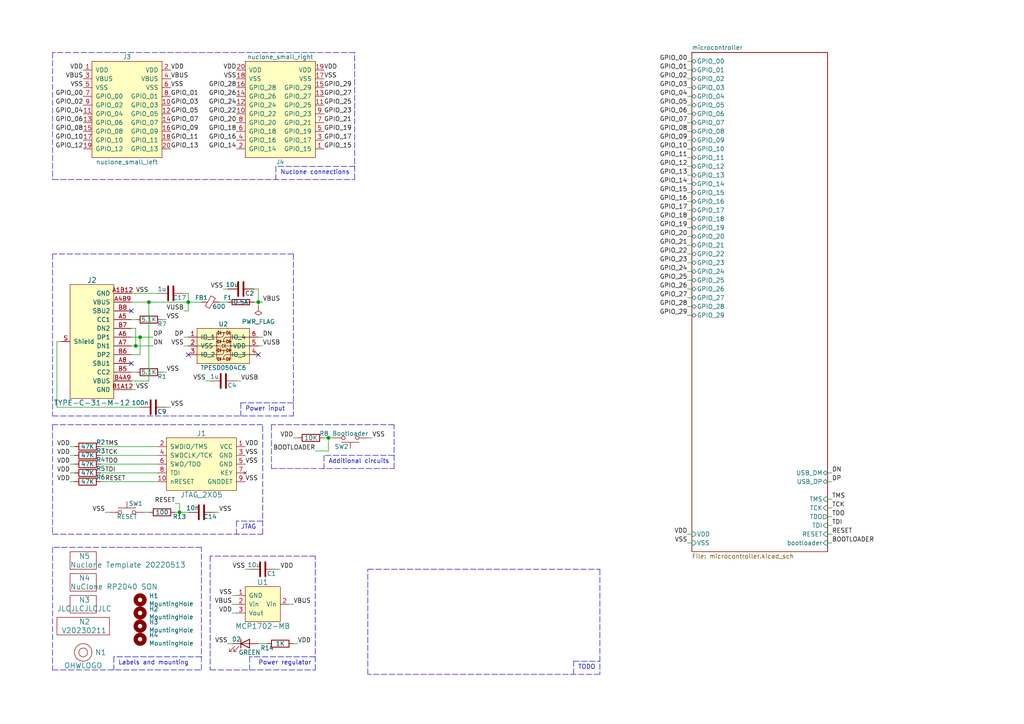
<source format=kicad_sch>
(kicad_sch (version 20211123) (generator eeschema)
  (paper "A4")
  (lib_symbols
    (symbol "Device:C" (pin_numbers hide) (pin_names (offset 0.254))
      (property "Reference" "C" (at 0.635 2.54 0))
      (property "Value" "C" (at 0.635 -2.54 0))
      (symbol "C_0_1"
        (polyline (pts (xy -2.032 -0.762) (xy 2.032 -0.762)) (stroke (width 0.508)))
        (polyline (pts (xy -2.032 0.762) (xy 2.032 0.762)) (stroke (width 0.508)))
      )
      (symbol "C_1_1"
        (pin passive line (at 0 3.81 270) (length 2.794) (name "~") (number "1"))
        (pin passive line (at 0 -3.81 90) (length 2.794) (name "~") (number "2"))
      )
    )
    (symbol "Device:FerriteBead_Small" (pin_numbers hide) (pin_names (offset 0))
      (property "Reference" "FB" (at 1.905 1.27 0))
      (property "Value" "FerriteBead_Small" (at 1.905 -1.27 0))
      (symbol "FerriteBead_Small_0_1"
        (polyline (pts (xy 0 -1.27) (xy 0 -0.7874)))
        (polyline (pts (xy 0 0.889) (xy 0 1.2954)))
        (polyline (pts (xy -1.8288 0.2794) (xy -1.1176 1.4986) (xy 1.8288 -0.2032) (xy 1.1176 -1.4224) (xy -1.8288 0.2794)))
      )
      (symbol "FerriteBead_Small_1_1"
        (pin passive line (at 0 2.54 270) (length 1.27) (name "~") (number "1"))
        (pin passive line (at 0 -2.54 90) (length 1.27) (name "~") (number "2"))
      )
    )
    (symbol "Device:Fuse" (pin_numbers hide) (pin_names (offset 0))
      (property "Reference" "F" (at 2.032 0 90))
      (property "Value" "Fuse" (at -1.905 0 90))
      (symbol "Fuse_0_1"
        (rectangle (start -0.762 -2.54) (end 0.762 2.54) (stroke (width 0.254)))
        (polyline (pts (xy 0 2.54) (xy 0 -2.54)))
      )
      (symbol "Fuse_1_1"
        (pin passive line (at 0 3.81 270) (length 1.27) (name "~") (number "1"))
        (pin passive line (at 0 -3.81 90) (length 1.27) (name "~") (number "2"))
      )
    )
    (symbol "Device:LED" (pin_numbers hide) (pin_names (offset 1.016) hide)
      (property "Reference" "D" (at 0 2.54 0))
      (property "Value" "LED" (at 0 -2.54 0))
      (symbol "LED_0_1"
        (polyline (pts (xy -1.27 -1.27) (xy -1.27 1.27)) (stroke (width 0.254)))
        (polyline (pts (xy -1.27 0) (xy 1.27 0)))
        (polyline (pts (xy 1.27 -1.27) (xy 1.27 1.27) (xy -1.27 0) (xy 1.27 -1.27)) (stroke (width 0.254)))
        (polyline (pts (xy -3.048 -0.762) (xy -4.572 -2.286) (xy -3.81 -2.286) (xy -4.572 -2.286) (xy -4.572 -1.524)))
        (polyline (pts (xy -1.778 -0.762) (xy -3.302 -2.286) (xy -2.54 -2.286) (xy -3.302 -2.286) (xy -3.302 -1.524)))
      )
      (symbol "LED_1_1"
        (pin passive line (at -3.81 0 0) (length 2.54) (name "K") (number "1"))
        (pin passive line (at 3.81 0 180) (length 2.54) (name "A") (number "2"))
      )
    )
    (symbol "Device:R" (pin_numbers hide) (pin_names (offset 0))
      (property "Reference" "R" (at 2.032 0 90))
      (property "Value" "R" (at 0 0 90))
      (symbol "R_0_1"
        (rectangle (start -1.016 -2.54) (end 1.016 2.54) (stroke (width 0.254)))
      )
      (symbol "R_1_1"
        (pin passive line (at 0 3.81 270) (length 1.27) (name "~") (number "1"))
        (pin passive line (at 0 -3.81 90) (length 1.27) (name "~") (number "2"))
      )
    )
    (symbol "Mechanical:MountingHole" (pin_names (offset 1.016))
      (property "Reference" "H" (at 0 5.08 0))
      (property "Value" "MountingHole" (at 0 3.175 0))
      (symbol "MountingHole_0_1"
        (circle (center 0 0) (radius 1.27) (stroke (width 1.27)))
      )
    )
    (symbol "SquantorConnectorsNamed:JTAG_2X05_IN" (pin_names (offset 1.016))
      (property "Reference" "J" (at 0 8.89 0))
      (property "Value" "JTAG_2X05_IN" (at 0 -8.89 0))
      (symbol "JTAG_2X05_IN_0_1"
        (rectangle (start -10.16 7.62) (end 10.16 -7.62) (fill (type background)))
      )
      (symbol "JTAG_2X05_IN_1_1"
        (pin power_in line (at 12.7 5.08 180) (length 2.54) (name "VCC") (number "1"))
        (pin open_collector line (at -12.7 -5.08 0) (length 2.54) (name "nRESET") (number "10"))
        (pin bidirectional line (at -12.7 5.08 0) (length 2.54) (name "SWDIO/TMS") (number "2"))
        (pin power_in line (at 12.7 2.54 180) (length 2.54) (name "GND") (number "3"))
        (pin output line (at -12.7 2.54 0) (length 2.54) (name "SWDCLK/TCK") (number "4"))
        (pin power_in line (at 12.7 0 180) (length 2.54) (name "GND") (number "5"))
        (pin output line (at -12.7 0 0) (length 2.54) (name "SWO/TDO") (number "6"))
        (pin no_connect line (at 12.7 -2.54 180) (length 2.54) (name "KEY") (number "7"))
        (pin input line (at -12.7 -2.54 0) (length 2.54) (name "TDI") (number "8"))
        (pin power_in line (at 12.7 -5.08 180) (length 2.54) (name "GNDDET") (number "9"))
      )
    )
    (symbol "SquantorConnectorsNamed:nuclone_small_left" (pin_names (offset 1.016))
      (property "Reference" "J" (at 0 15.24 0))
      (property "Value" "nuclone_small_left" (at 0 -15.24 0))
      (symbol "nuclone_small_left_0_1"
        (rectangle (start -10.16 13.97) (end 10.16 -13.97) (fill (type background)))
      )
      (symbol "nuclone_small_left_1_1"
        (pin power_in line (at -12.7 11.43 0) (length 2.54) (name "VDD") (number "1"))
        (pin bidirectional line (at 12.7 1.27 180) (length 2.54) (name "GPIO_03") (number "10"))
        (pin bidirectional line (at -12.7 -1.27 0) (length 2.54) (name "GPIO_04") (number "11"))
        (pin bidirectional line (at 12.7 -1.27 180) (length 2.54) (name "GPIO_05") (number "12"))
        (pin bidirectional line (at -12.7 -3.81 0) (length 2.54) (name "GPIO_06") (number "13"))
        (pin bidirectional line (at 12.7 -3.81 180) (length 2.54) (name "GPIO_07") (number "14"))
        (pin bidirectional line (at -12.7 -6.35 0) (length 2.54) (name "GPIO_08") (number "15"))
        (pin bidirectional line (at 12.7 -6.35 180) (length 2.54) (name "GPIO_09") (number "16"))
        (pin bidirectional line (at -12.7 -8.89 0) (length 2.54) (name "GPIO_10") (number "17"))
        (pin bidirectional line (at 12.7 -8.89 180) (length 2.54) (name "GPIO_11") (number "18"))
        (pin bidirectional line (at -12.7 -11.43 0) (length 2.54) (name "GPIO_12") (number "19"))
        (pin power_in line (at 12.7 11.43 180) (length 2.54) (name "VDD") (number "2"))
        (pin bidirectional line (at 12.7 -11.43 180) (length 2.54) (name "GPIO_13") (number "20"))
        (pin power_in line (at -12.7 8.89 0) (length 2.54) (name "VBUS") (number "3"))
        (pin power_in line (at 12.7 8.89 180) (length 2.54) (name "VBUS") (number "4"))
        (pin power_in line (at -12.7 6.35 0) (length 2.54) (name "VSS") (number "5"))
        (pin power_in line (at 12.7 6.35 180) (length 2.54) (name "VSS") (number "6"))
        (pin bidirectional line (at -12.7 3.81 0) (length 2.54) (name "GPIO_00") (number "7"))
        (pin bidirectional line (at 12.7 3.81 180) (length 2.54) (name "GPIO_01") (number "8"))
        (pin bidirectional line (at -12.7 1.27 0) (length 2.54) (name "GPIO_02") (number "9"))
      )
    )
    (symbol "SquantorConnectorsNamed:nuclone_small_right" (pin_names (offset 1.016))
      (property "Reference" "J" (at 0 -15.24 0))
      (property "Value" "nuclone_small_right" (at 0 15.24 0))
      (symbol "nuclone_small_right_0_1"
        (rectangle (start 10.16 -13.97) (end -10.16 13.97) (fill (type background)))
      )
      (symbol "nuclone_small_right_1_1"
        (pin bidirectional line (at 12.7 -11.43 180) (length 2.54) (name "GPIO_15") (number "1"))
        (pin bidirectional line (at -12.7 -1.27 0) (length 2.54) (name "GPIO_22") (number "10"))
        (pin bidirectional line (at 12.7 1.27 180) (length 2.54) (name "GPIO_25") (number "11"))
        (pin bidirectional line (at -12.7 1.27 0) (length 2.54) (name "GPIO_24") (number "12"))
        (pin bidirectional line (at 12.7 3.81 180) (length 2.54) (name "GPIO_27") (number "13"))
        (pin bidirectional line (at -12.7 3.81 0) (length 2.54) (name "GPIO_26") (number "14"))
        (pin bidirectional line (at 12.7 6.35 180) (length 2.54) (name "GPIO_29") (number "15"))
        (pin bidirectional line (at -12.7 6.35 0) (length 2.54) (name "GPIO_28") (number "16"))
        (pin power_in line (at 12.7 8.89 180) (length 2.54) (name "VSS") (number "17"))
        (pin power_in line (at -12.7 8.89 0) (length 2.54) (name "VSS") (number "18"))
        (pin power_in line (at 12.7 11.43 180) (length 2.54) (name "VDD") (number "19"))
        (pin bidirectional line (at -12.7 -11.43 0) (length 2.54) (name "GPIO_14") (number "2"))
        (pin power_in line (at -12.7 11.43 0) (length 2.54) (name "VDD") (number "20"))
        (pin bidirectional line (at 12.7 -8.89 180) (length 2.54) (name "GPIO_17") (number "3"))
        (pin bidirectional line (at -12.7 -8.89 0) (length 2.54) (name "GPIO_16") (number "4"))
        (pin bidirectional line (at 12.7 -6.35 180) (length 2.54) (name "GPIO_19") (number "5"))
        (pin bidirectional line (at -12.7 -6.35 0) (length 2.54) (name "GPIO_18") (number "6"))
        (pin bidirectional line (at 12.7 -3.81 180) (length 2.54) (name "GPIO_21") (number "7"))
        (pin bidirectional line (at -12.7 -3.81 0) (length 2.54) (name "GPIO_20") (number "8"))
        (pin bidirectional line (at 12.7 -1.27 180) (length 2.54) (name "GPIO_23") (number "9"))
      )
    )
    (symbol "SquantorDevice:TVS_4_Array" (pin_names (offset 1.016))
      (property "Reference" "U" (at 0 7.62 0))
      (property "Value" "TVS_4_Array" (at 0 -5.08 0))
      (symbol "TVS_4_Array_0_1"
        (rectangle (start -7.62 6.35) (end 7.62 -3.81) (fill (type background)))
        (circle (center -1.905 0) (radius 0.127))
        (circle (center -1.905 1.27) (radius 0.127))
        (circle (center -1.905 2.54) (radius 0.127))
        (polyline (pts (xy -7.62 1.27) (xy -0.254 1.27)))
        (polyline (pts (xy -1.905 5.08) (xy -1.905 -2.54)))
        (polyline (pts (xy -1.524 -2.54) (xy -1.905 -2.54)))
        (polyline (pts (xy -1.524 0) (xy -1.905 0)))
        (polyline (pts (xy -1.524 2.54) (xy -1.905 2.54)))
        (polyline (pts (xy -1.524 5.08) (xy -1.905 5.08)))
        (polyline (pts (xy -0.762 -2.54) (xy 1.016 -2.54)))
        (polyline (pts (xy -0.762 -2.032) (xy -0.762 -3.048)))
        (polyline (pts (xy -0.762 -2.032) (xy -0.762 -3.048)))
        (polyline (pts (xy -0.762 0) (xy 1.016 0)))
        (polyline (pts (xy -0.762 0.508) (xy -0.762 -0.508)))
        (polyline (pts (xy -0.762 0.508) (xy -0.762 -0.508)))
        (polyline (pts (xy -0.762 2.54) (xy 1.016 2.54)))
        (polyline (pts (xy -0.762 3.048) (xy -0.762 2.032)))
        (polyline (pts (xy -0.762 3.048) (xy -0.762 2.032)))
        (polyline (pts (xy -0.762 5.08) (xy 1.016 5.08)))
        (polyline (pts (xy -0.762 5.588) (xy -0.762 4.572)))
        (polyline (pts (xy -0.762 5.588) (xy -0.762 4.572)))
        (polyline (pts (xy 0.508 1.27) (xy 7.62 1.27)))
        (polyline (pts (xy 1.778 -2.54) (xy 2.159 -2.54)))
        (polyline (pts (xy 1.778 -2.032) (xy 1.778 -3.048)))
        (polyline (pts (xy 1.778 -2.032) (xy 1.778 -3.048)))
        (polyline (pts (xy 1.778 0) (xy 2.159 0)))
        (polyline (pts (xy 1.778 0.508) (xy 1.778 -0.508)))
        (polyline (pts (xy 1.778 0.508) (xy 1.778 -0.508)))
        (polyline (pts (xy 1.778 2.54) (xy 2.159 2.54)))
        (polyline (pts (xy 1.778 3.048) (xy 1.778 2.032)))
        (polyline (pts (xy 1.778 3.048) (xy 1.778 2.032)))
        (polyline (pts (xy 1.778 5.08) (xy 2.159 5.08)))
        (polyline (pts (xy 1.778 5.588) (xy 1.778 4.572)))
        (polyline (pts (xy 1.778 5.588) (xy 1.778 4.572)))
        (polyline (pts (xy 2.159 5.08) (xy 2.159 -2.54)))
        (polyline (pts (xy 0.508 1.27) (xy 0.508 0.762) (xy 0.635 0.635)))
        (polyline (pts (xy 0.508 1.27) (xy 0.508 1.778) (xy 0.381 1.905)))
        (polyline (pts (xy -7.62 -1.27) (xy -0.381 -1.27) (xy 0.127 -0.762) (xy 0.127 0)))
        (polyline (pts (xy -7.62 3.81) (xy -0.381 3.81) (xy 0.127 4.318) (xy 0.127 5.08)))
        (polyline (pts (xy 0.508 1.27) (xy -0.254 1.778) (xy -0.254 0.762) (xy 0.508 1.27)))
        (polyline (pts (xy 7.62 -1.27) (xy 0.635 -1.27) (xy 0.127 -1.778) (xy 0.127 -2.413)))
        (polyline (pts (xy 7.62 3.81) (xy 0.635 3.81) (xy 0.127 3.302) (xy 0.127 2.667)))
        (circle (center 0.127 -2.54) (radius 0.127))
        (circle (center 0.127 0) (radius 0.127))
        (circle (center 0.127 2.54) (radius 0.127))
        (circle (center 0.127 5.08) (radius 0.127))
        (circle (center 2.159 0) (radius 0.127))
        (circle (center 2.159 1.27) (radius 0.127))
        (circle (center 2.159 2.54) (radius 0.127))
      )
      (symbol "TVS_4_Array_1_1"
        (polyline (pts (xy -0.762 -2.54) (xy -1.524 -2.032) (xy -1.524 -3.048) (xy -0.762 -2.54)))
        (polyline (pts (xy -0.762 -2.54) (xy -1.524 -2.032) (xy -1.524 -3.048) (xy -0.762 -2.54)))
        (polyline (pts (xy -0.762 0) (xy -1.524 0.508) (xy -1.524 -0.508) (xy -0.762 0)))
        (polyline (pts (xy -0.762 0) (xy -1.524 0.508) (xy -1.524 -0.508) (xy -0.762 0)))
        (polyline (pts (xy -0.762 2.54) (xy -1.524 3.048) (xy -1.524 2.032) (xy -0.762 2.54)))
        (polyline (pts (xy -0.762 2.54) (xy -1.524 3.048) (xy -1.524 2.032) (xy -0.762 2.54)))
        (polyline (pts (xy -0.762 5.08) (xy -1.524 5.588) (xy -1.524 4.572) (xy -0.762 5.08)))
        (polyline (pts (xy -0.762 5.08) (xy -1.524 5.588) (xy -1.524 4.572) (xy -0.762 5.08)))
        (polyline (pts (xy 1.778 -2.54) (xy 1.016 -2.032) (xy 1.016 -3.048) (xy 1.778 -2.54)))
        (polyline (pts (xy 1.778 -2.54) (xy 1.016 -2.032) (xy 1.016 -3.048) (xy 1.778 -2.54)))
        (polyline (pts (xy 1.778 0) (xy 1.016 0.508) (xy 1.016 -0.508) (xy 1.778 0)))
        (polyline (pts (xy 1.778 0) (xy 1.016 0.508) (xy 1.016 -0.508) (xy 1.778 0)))
        (polyline (pts (xy 1.778 2.54) (xy 1.016 3.048) (xy 1.016 2.032) (xy 1.778 2.54)))
        (polyline (pts (xy 1.778 2.54) (xy 1.016 3.048) (xy 1.016 2.032) (xy 1.778 2.54)))
        (polyline (pts (xy 1.778 5.08) (xy 1.016 5.588) (xy 1.016 4.572) (xy 1.778 5.08)))
        (polyline (pts (xy 1.778 5.08) (xy 1.016 5.588) (xy 1.016 4.572) (xy 1.778 5.08)))
        (pin passive line (at -10.16 3.81 0) (length 2.54) (name "IO_1") (number "1"))
        (pin power_in line (at -10.16 1.27 0) (length 2.54) (name "VSS") (number "2"))
        (pin passive line (at -10.16 -1.27 0) (length 2.54) (name "IO_2") (number "3"))
        (pin passive line (at 10.16 -1.27 180) (length 2.54) (name "IO_3") (number "4"))
        (pin power_in line (at 10.16 1.27 180) (length 2.54) (name "VDD") (number "5"))
        (pin passive line (at 10.16 3.81 180) (length 2.54) (name "IO_4") (number "6"))
      )
    )
    (symbol "SquantorLabels:Label" (pin_names (offset 1.016))
      (property "Reference" "N" (at 0 1.27 0))
      (property "Value" "Label" (at 0 -1.27 0))
      (symbol "Label_0_1"
        (rectangle (start -3.81 2.54) (end 3.81 -2.54))
      )
    )
    (symbol "SquantorLabels:OHWLOGO" (pin_names (offset 1.016))
      (property "Reference" "N" (at 0 3.81 0))
      (property "Value" "OHWLOGO" (at 0 -3.81 0))
      (symbol "OHWLOGO_0_1"
        (circle (center 0 0) (radius 1.27))
        (circle (center 0 0) (radius 2.54))
      )
    )
    (symbol "SquantorLabels:VYYYYMMDD" (pin_names (offset 1.016))
      (property "Reference" "N" (at 0 2.54 0))
      (property "Value" "VYYYYMMDD" (at 0 0 0))
      (symbol "VYYYYMMDD_0_1"
        (rectangle (start 7.62 -1.27) (end -7.62 3.81))
      )
    )
    (symbol "SquantorMicrochip:MCP1702-MB" (pin_names (offset 1.016))
      (property "Reference" "U" (at 0 6.35 0))
      (property "Value" "MCP1702-MB" (at 0 -6.35 0))
      (symbol "MCP1702-MB_0_1"
        (rectangle (start -5.08 5.08) (end 5.08 -5.08) (fill (type background)))
      )
      (symbol "MCP1702-MB_1_1"
        (pin power_in line (at -7.62 2.54 0) (length 2.54) (name "GND") (number "1"))
        (pin power_in line (at -7.62 0 0) (length 2.54) (name "Vin") (number "2"))
        (pin power_in line (at 7.62 0 180) (length 2.54) (name "Vin") (number "2"))
        (pin power_out line (at -7.62 -2.54 0) (length 2.54) (name "Vout") (number "3"))
      )
    )
    (symbol "SquantorUsb:USB-C_PD_USB" (pin_names (offset 1.016))
      (property "Reference" "J" (at 0 17.78 0))
      (property "Value" "USB-C_PD_USB" (at 0 -17.78 0))
      (symbol "USB-C_PD_USB_0_1"
        (rectangle (start 6.35 16.51) (end -6.35 -16.51) (fill (type background)))
      )
      (symbol "USB-C_PD_USB_1_1"
        (pin power_out line (at 11.43 13.97 180) (length 5.08) (name "GND") (number "A1B12"))
        (pin power_out line (at 11.43 11.43 180) (length 5.08) (name "VBUS") (number "A4B9"))
        (pin bidirectional line (at 11.43 6.35 180) (length 5.08) (name "CC1") (number "A5"))
        (pin bidirectional line (at 11.43 1.27 180) (length 5.08) (name "DP1") (number "A6"))
        (pin bidirectional line (at 11.43 -1.27 180) (length 5.08) (name "DN1") (number "A7"))
        (pin bidirectional line (at 11.43 -6.35 180) (length 5.08) (name "SBU1") (number "A8"))
        (pin passive line (at 11.43 -13.97 180) (length 5.08) (name "GND") (number "B1A12"))
        (pin passive line (at 11.43 -11.43 180) (length 5.08) (name "VBUS") (number "B4A9"))
        (pin bidirectional line (at 11.43 -8.89 180) (length 5.08) (name "CC2") (number "B5"))
        (pin bidirectional line (at 11.43 -3.81 180) (length 5.08) (name "DP2") (number "B6"))
        (pin bidirectional line (at 11.43 3.81 180) (length 5.08) (name "DN2") (number "B7"))
        (pin bidirectional line (at 11.43 8.89 180) (length 5.08) (name "SBU2") (number "B8"))
        (pin passive line (at -8.89 0 0) (length 2.54) (name "Shield") (number "S"))
      )
    )
    (symbol "Switch:SW_Push" (pin_numbers hide) (pin_names (offset 1.016) hide)
      (property "Reference" "SW" (at 1.27 2.54 0))
      (property "Value" "SW_Push" (at 0 -1.524 0))
      (symbol "SW_Push_0_1"
        (circle (center -2.032 0) (radius 0.508))
        (polyline (pts (xy 0 1.27) (xy 0 3.048)))
        (polyline (pts (xy 2.54 1.27) (xy -2.54 1.27)))
        (circle (center 2.032 0) (radius 0.508))
        (pin passive line (at -5.08 0 0) (length 2.54) (name "1") (number "1"))
        (pin passive line (at 5.08 0 180) (length 2.54) (name "2") (number "2"))
      )
    )
    (symbol "power:PWR_FLAG" (power) (pin_numbers hide) (pin_names (offset 0) hide)
      (property "Value" "PWR_FLAG" (at 0 3.81 0))
      (symbol "PWR_FLAG_0_0"
        (pin power_out line (at 0 0 90) (length 0) (name "pwr") (number "1"))
      )
      (symbol "PWR_FLAG_0_1"
        (polyline (pts (xy 0 0) (xy 0 1.27) (xy -1.016 1.905) (xy 0 2.54) (xy 1.016 1.905) (xy 0 1.27)))
      )
    )
  )
  (junction (at 39.37 100.33))
  (junction (at 54.61 87.63))
  (junction (at 43.18 87.63))
  (junction (at 74.93 87.63))
  (junction (at 40.64 97.79))
  (junction (at 52.07 148.59))
  (junction (at 95.25 127))
  (no_connect (at 38.1 105.41))
  (no_connect (at 38.1 90.17))
  (no_connect (at 74.93 102.87))
  (no_connect (at 54.61 102.87))
  (polyline (pts (xy 76.2 123.19) (xy 15.24 123.19)))
  (wire (pts (xy 200.66 35.56) (xy 199.39 35.56)))
  (polyline (pts (xy 76.2 154.94) (xy 76.2 123.19)))
  (wire (pts (xy 199.39 78.74) (xy 200.66 78.74)))
  (polyline (pts (xy 114.3 135.89) (xy 114.3 123.19)))
  (wire (pts (xy 54.61 87.63) (xy 58.42 87.63)))
  (wire (pts (xy 20.32 134.62) (xy 21.59 134.62)))
  (wire (pts (xy 16.51 118.11) (xy 40.64 118.11)))
  (polyline (pts (xy 91.44 190.5) (xy 72.39 190.5)))
  (wire (pts (xy 53.34 90.17) (xy 54.61 90.17)))
  (wire (pts (xy 38.1 87.63) (xy 43.18 87.63)))
  (wire (pts (xy 40.64 97.79) (xy 40.64 102.87)))
  (wire (pts (xy 77.47 186.69) (xy 74.93 186.69)))
  (polyline (pts (xy 15.24 120.65) (xy 85.09 120.65)))
  (wire (pts (xy 17.78 99.06) (xy 16.51 99.06)))
  (wire (pts (xy 64.77 83.82) (xy 66.04 83.82)))
  (wire (pts (xy 29.21 139.7) (xy 45.72 139.7)))
  (wire (pts (xy 29.21 132.08) (xy 45.72 132.08)))
  (wire (pts (xy 16.51 99.06) (xy 16.51 118.11)))
  (wire (pts (xy 39.37 95.25) (xy 39.37 100.33)))
  (wire (pts (xy 50.8 146.05) (xy 52.07 146.05)))
  (wire (pts (xy 74.93 83.82) (xy 74.93 87.63)))
  (wire (pts (xy 52.07 146.05) (xy 52.07 148.59)))
  (wire (pts (xy 200.66 91.44) (xy 199.39 91.44)))
  (wire (pts (xy 46.99 107.95) (xy 48.26 107.95)))
  (polyline (pts (xy 85.09 116.84) (xy 69.85 116.84)))
  (wire (pts (xy 199.39 38.1) (xy 200.66 38.1)))
  (wire (pts (xy 29.21 134.62) (xy 45.72 134.62)))
  (polyline (pts (xy 78.74 135.89) (xy 114.3 135.89)))
  (wire (pts (xy 200.66 71.12) (xy 199.39 71.12)))
  (wire (pts (xy 240.03 137.16) (xy 241.3 137.16)))
  (wire (pts (xy 200.66 45.72) (xy 199.39 45.72)))
  (wire (pts (xy 63.5 148.59) (xy 62.23 148.59)))
  (polyline (pts (xy 72.39 190.5) (xy 72.39 194.31)))
  (polyline (pts (xy 15.24 194.31) (xy 58.42 194.31)))
  (wire (pts (xy 200.66 50.8) (xy 199.39 50.8)))
  (polyline (pts (xy 58.42 194.31) (xy 58.42 158.75)))
  (wire (pts (xy 91.44 130.81) (xy 95.25 130.81)))
  (polyline (pts (xy 15.24 73.66) (xy 15.24 120.65)))
  (wire (pts (xy 48.26 92.71) (xy 46.99 92.71)))
  (wire (pts (xy 30.48 148.59) (xy 31.75 148.59)))
  (wire (pts (xy 200.66 157.48) (xy 199.39 157.48)))
  (wire (pts (xy 67.31 177.8) (xy 68.58 177.8)))
  (polyline (pts (xy 106.68 195.58) (xy 106.68 165.1)))
  (polyline (pts (xy 173.99 165.1) (xy 173.99 195.58)))
  (wire (pts (xy 95.25 130.81) (xy 95.25 127)))
  (wire (pts (xy 200.66 60.96) (xy 199.39 60.96)))
  (wire (pts (xy 200.66 86.36) (xy 199.39 86.36)))
  (polyline (pts (xy 58.42 158.75) (xy 15.24 158.75)))
  (polyline (pts (xy 91.44 161.29) (xy 60.96 161.29)))
  (wire (pts (xy 74.93 87.63) (xy 73.66 87.63)))
  (wire (pts (xy 241.3 152.4) (xy 240.03 152.4)))
  (wire (pts (xy 74.93 88.9) (xy 74.93 87.63)))
  (wire (pts (xy 199.39 27.94) (xy 200.66 27.94)))
  (wire (pts (xy 73.66 83.82) (xy 74.93 83.82)))
  (wire (pts (xy 200.66 81.28) (xy 199.39 81.28)))
  (wire (pts (xy 241.3 147.32) (xy 240.03 147.32)))
  (wire (pts (xy 38.1 85.09) (xy 45.72 85.09)))
  (wire (pts (xy 199.39 53.34) (xy 200.66 53.34)))
  (wire (pts (xy 54.61 85.09) (xy 54.61 87.63)))
  (wire (pts (xy 63.5 87.63) (xy 66.04 87.63)))
  (wire (pts (xy 38.1 97.79) (xy 40.64 97.79)))
  (wire (pts (xy 67.31 172.72) (xy 68.58 172.72)))
  (polyline (pts (xy 114.3 132.08) (xy 93.98 132.08)))
  (wire (pts (xy 74.93 100.33) (xy 76.2 100.33)))
  (wire (pts (xy 199.39 83.82) (xy 200.66 83.82)))
  (wire (pts (xy 43.18 87.63) (xy 54.61 87.63)))
  (polyline (pts (xy 15.24 154.94) (xy 76.2 154.94)))
  (wire (pts (xy 20.32 139.7) (xy 21.59 139.7)))
  (wire (pts (xy 199.39 88.9) (xy 200.66 88.9)))
  (wire (pts (xy 199.39 154.94) (xy 200.66 154.94)))
  (polyline (pts (xy 80.01 48.26) (xy 80.01 52.07)))
  (polyline (pts (xy 166.37 195.58) (xy 166.37 191.77)))
  (wire (pts (xy 93.98 127) (xy 95.25 127)))
  (wire (pts (xy 41.91 148.59) (xy 43.18 148.59)))
  (wire (pts (xy 200.66 76.2) (xy 199.39 76.2)))
  (wire (pts (xy 20.32 129.54) (xy 21.59 129.54)))
  (wire (pts (xy 50.8 148.59) (xy 52.07 148.59)))
  (wire (pts (xy 199.39 58.42) (xy 200.66 58.42)))
  (wire (pts (xy 95.25 127) (xy 96.52 127)))
  (wire (pts (xy 200.66 20.32) (xy 199.39 20.32)))
  (wire (pts (xy 240.03 144.78) (xy 241.3 144.78)))
  (wire (pts (xy 29.21 129.54) (xy 45.72 129.54)))
  (wire (pts (xy 69.85 110.49) (xy 68.58 110.49)))
  (wire (pts (xy 199.39 43.18) (xy 200.66 43.18)))
  (wire (pts (xy 200.66 66.04) (xy 199.39 66.04)))
  (wire (pts (xy 199.39 48.26) (xy 200.66 48.26)))
  (polyline (pts (xy 85.09 73.66) (xy 85.09 120.65)))
  (wire (pts (xy 240.03 139.7) (xy 241.3 139.7)))
  (wire (pts (xy 200.66 40.64) (xy 199.39 40.64)))
  (wire (pts (xy 199.39 63.5) (xy 200.66 63.5)))
  (wire (pts (xy 200.66 25.4) (xy 199.39 25.4)))
  (wire (pts (xy 44.45 100.33) (xy 39.37 100.33)))
  (polyline (pts (xy 173.99 195.58) (xy 106.68 195.58)))
  (polyline (pts (xy 76.2 151.13) (xy 68.58 151.13)))
  (polyline (pts (xy 60.96 161.29) (xy 60.96 194.31)))
  (polyline (pts (xy 15.24 52.07) (xy 102.87 52.07)))
  (wire (pts (xy 199.39 22.86) (xy 200.66 22.86)))
  (wire (pts (xy 53.34 100.33) (xy 54.61 100.33)))
  (polyline (pts (xy 78.74 123.19) (xy 78.74 135.89)))
  (wire (pts (xy 43.18 110.49) (xy 43.18 87.63)))
  (wire (pts (xy 80.01 165.1) (xy 81.28 165.1)))
  (wire (pts (xy 39.37 100.33) (xy 38.1 100.33)))
  (polyline (pts (xy 15.24 15.24) (xy 15.24 52.07)))
  (polyline (pts (xy 166.37 191.77) (xy 173.99 191.77)))
  (wire (pts (xy 199.39 33.02) (xy 200.66 33.02)))
  (wire (pts (xy 199.39 17.78) (xy 200.66 17.78)))
  (wire (pts (xy 38.1 110.49) (xy 43.18 110.49)))
  (wire (pts (xy 199.39 73.66) (xy 200.66 73.66)))
  (polyline (pts (xy 58.42 190.5) (xy 33.02 190.5)))
  (wire (pts (xy 38.1 92.71) (xy 39.37 92.71)))
  (wire (pts (xy 240.03 149.86) (xy 241.3 149.86)))
  (polyline (pts (xy 114.3 123.19) (xy 78.74 123.19)))
  (wire (pts (xy 67.31 186.69) (xy 66.04 186.69)))
  (polyline (pts (xy 69.85 116.84) (xy 69.85 120.65)))
  (wire (pts (xy 40.64 102.87) (xy 38.1 102.87)))
  (polyline (pts (xy 15.24 123.19) (xy 15.24 154.94)))
  (polyline (pts (xy 85.09 73.66) (xy 15.24 73.66)))
  (wire (pts (xy 68.58 175.26) (xy 67.31 175.26)))
  (wire (pts (xy 60.96 110.49) (xy 59.69 110.49)))
  (wire (pts (xy 200.66 30.48) (xy 199.39 30.48)))
  (polyline (pts (xy 33.02 190.5) (xy 33.02 194.31)))
  (polyline (pts (xy 93.98 132.08) (xy 93.98 135.89)))
  (polyline (pts (xy 102.87 48.26) (xy 80.01 48.26)))
  (wire (pts (xy 21.59 132.08) (xy 20.32 132.08)))
  (wire (pts (xy 85.09 127) (xy 86.36 127)))
  (polyline (pts (xy 102.87 52.07) (xy 102.87 15.24)))
  (wire (pts (xy 200.66 55.88) (xy 199.39 55.88)))
  (wire (pts (xy 85.09 175.26) (xy 83.82 175.26)))
  (wire (pts (xy 53.34 85.09) (xy 54.61 85.09)))
  (wire (pts (xy 29.21 137.16) (xy 45.72 137.16)))
  (wire (pts (xy 71.12 165.1) (xy 72.39 165.1)))
  (polyline (pts (xy 60.96 194.31) (xy 91.44 194.31)))
  (wire (pts (xy 76.2 87.63) (xy 74.93 87.63)))
  (wire (pts (xy 39.37 107.95) (xy 38.1 107.95)))
  (wire (pts (xy 76.2 97.79) (xy 74.93 97.79)))
  (wire (pts (xy 54.61 90.17) (xy 54.61 87.63)))
  (polyline (pts (xy 15.24 158.75) (xy 15.24 194.31)))
  (wire (pts (xy 199.39 68.58) (xy 200.66 68.58)))
  (wire (pts (xy 107.95 127) (xy 106.68 127)))
  (wire (pts (xy 49.53 118.11) (xy 48.26 118.11)))
  (polyline (pts (xy 68.58 151.13) (xy 68.58 154.94)))
  (wire (pts (xy 52.07 148.59) (xy 54.61 148.59)))
  (wire (pts (xy 86.36 186.69) (xy 85.09 186.69)))
  (wire (pts (xy 240.03 157.48) (xy 241.3 157.48)))
  (wire (pts (xy 39.37 113.03) (xy 38.1 113.03)))
  (polyline (pts (xy 91.44 194.31) (xy 91.44 161.29)))
  (wire (pts (xy 21.59 137.16) (xy 20.32 137.16)))
  (wire (pts (xy 44.45 97.79) (xy 40.64 97.79)))
  (wire (pts (xy 38.1 95.25) (xy 39.37 95.25)))
  (wire (pts (xy 240.03 154.94) (xy 241.3 154.94)))
  (polyline (pts (xy 106.68 165.1) (xy 173.99 165.1)))
  (polyline (pts (xy 102.87 15.24) (xy 15.24 15.24)))
  (wire (pts (xy 54.61 97.79) (xy 53.34 97.79)))
  (text "JTAG" (at 69.85 153.67 0) (effects (font (size 1.27 1.27)) (justify left bottom)))
  (text "Power regulator" (at 74.93 193.04 0) (effects (font (size 1.27 1.27)) (justify left bottom)))
  (text "TODO" (at 167.64 194.31 0) (effects (font (size 1.27 1.27)) (justify left bottom)))
  (text "Additional circuits" (at 95.25 134.62 0) (effects (font (size 1.27 1.27)) (justify left bottom)))
  (text "Nuclone connections" (at 81.28 50.8 0) (effects (font (size 1.27 1.27)) (justify left bottom)))
  (text "Labels and mounting" (at 34.29 193.04 0) (effects (font (size 1.27 1.27)) (justify left bottom)))
  (text "Power input" (at 71.12 119.38 0) (effects (font (size 1.27 1.27)) (justify left bottom)))
  (label "VDD" (at 20.32 132.08 180))
  (label "GPIO_15" (at 199.39 55.88 180))
  (label "VDD" (at 24.13 20.32 180))
  (label "VDD" (at 68.58 20.32 180))
  (label "GPIO_26" (at 199.39 83.82 180))
  (label "VUSB" (at 53.34 90.17 180))
  (label "VBUS" (at 85.09 175.26 0))
  (label "TDI" (at 30.48 137.16 0))
  (label "VUSB" (at 76.2 100.33 0))
  (label "GPIO_08" (at 24.13 38.1 180))
  (label "GPIO_21" (at 199.39 71.12 180))
  (label "TMS" (at 30.48 129.54 0))
  (label "GPIO_19" (at 93.98 38.1 0))
  (label "GPIO_11" (at 49.53 40.64 0))
  (label "GPIO_27" (at 93.98 27.94 0))
  (label "VDD" (at 71.12 129.54 0))
  (label "GPIO_07" (at 199.39 35.56 180))
  (label "GPIO_17" (at 199.39 60.96 180))
  (label "VBUS" (at 67.31 175.26 180))
  (label "VSS" (at 63.5 148.59 0))
  (label "VSS" (at 30.48 148.59 180))
  (label "VSS" (at 59.69 110.49 180))
  (label "DN" (at 76.2 97.79 0))
  (label "TDO" (at 30.48 134.62 0))
  (label "GPIO_27" (at 199.39 86.36 180))
  (label "GPIO_00" (at 199.39 17.78 180))
  (label "GPIO_22" (at 68.58 33.02 180))
  (label "GPIO_17" (at 93.98 40.64 0))
  (label "DP" (at 44.45 97.79 0))
  (label "GPIO_05" (at 199.39 30.48 180))
  (label "VSS" (at 107.95 127 0))
  (label "GPIO_02" (at 199.39 22.86 180))
  (label "VSS" (at 71.12 134.62 0))
  (label "GPIO_03" (at 49.53 30.48 0))
  (label "GPIO_01" (at 49.53 27.94 0))
  (label "VSS" (at 39.37 113.03 0))
  (label "GPIO_24" (at 199.39 78.74 180))
  (label "GPIO_16" (at 199.39 58.42 180))
  (label "GPIO_14" (at 199.39 53.34 180))
  (label "VDD" (at 20.32 137.16 180))
  (label "DP" (at 241.3 139.7 0))
  (label "TDI" (at 241.3 152.4 0))
  (label "GPIO_14" (at 68.58 43.18 180))
  (label "GPIO_18" (at 68.58 38.1 180))
  (label "GPIO_10" (at 199.39 43.18 180))
  (label "GPIO_20" (at 68.58 35.56 180))
  (label "GPIO_22" (at 199.39 73.66 180))
  (label "VSS" (at 48.26 107.95 0))
  (label "VSS" (at 48.26 92.71 0))
  (label "VDD" (at 20.32 129.54 180))
  (label "GPIO_16" (at 68.58 40.64 180))
  (label "GPIO_07" (at 49.53 35.56 0))
  (label "VUSB" (at 69.85 110.49 0))
  (label "DN" (at 241.3 137.16 0))
  (label "GPIO_13" (at 49.53 43.18 0))
  (label "VBUS" (at 24.13 22.86 180))
  (label "GPIO_29" (at 199.39 91.44 180))
  (label "VSS" (at 39.37 85.09 0))
  (label "GPIO_19" (at 199.39 66.04 180))
  (label "VSS" (at 93.98 22.86 0))
  (label "RESET" (at 30.48 139.7 0))
  (label "GPIO_20" (at 199.39 68.58 180))
  (label "GPIO_29" (at 93.98 25.4 0))
  (label "VDD" (at 81.28 165.1 0))
  (label "BOOTLOADER" (at 241.3 157.48 0))
  (label "VSS" (at 199.39 157.48 180))
  (label "VSS" (at 66.04 186.69 180))
  (label "GPIO_02" (at 24.13 30.48 180))
  (label "GPIO_26" (at 68.58 27.94 180))
  (label "TCK" (at 241.3 147.32 0))
  (label "VSS" (at 71.12 132.08 0))
  (label "GPIO_09" (at 49.53 38.1 0))
  (label "GPIO_06" (at 199.39 33.02 180))
  (label "VSS" (at 68.58 22.86 180))
  (label "GPIO_12" (at 24.13 43.18 180))
  (label "GPIO_12" (at 199.39 48.26 180))
  (label "GPIO_08" (at 199.39 38.1 180))
  (label "BOOTLOADER" (at 91.44 130.81 180))
  (label "RESET" (at 50.8 146.05 180))
  (label "VBUS" (at 49.53 22.86 0))
  (label "VBUS" (at 76.2 87.63 0))
  (label "GPIO_25" (at 199.39 81.28 180))
  (label "VDD" (at 86.36 186.69 0))
  (label "GPIO_09" (at 199.39 40.64 180))
  (label "VSS" (at 53.34 100.33 180))
  (label "VSS" (at 64.77 83.82 180))
  (label "VSS" (at 49.53 118.11 0))
  (label "VDD" (at 85.09 127 180))
  (label "GPIO_01" (at 199.39 20.32 180))
  (label "DN" (at 44.45 100.33 0))
  (label "GPIO_00" (at 24.13 27.94 180))
  (label "TCK" (at 30.48 132.08 0))
  (label "GPIO_28" (at 68.58 25.4 180))
  (label "VSS" (at 71.12 139.7 0))
  (label "TDO" (at 241.3 149.86 0))
  (label "VSS" (at 71.12 165.1 180))
  (label "GPIO_18" (at 199.39 63.5 180))
  (label "GPIO_11" (at 199.39 45.72 180))
  (label "VDD" (at 20.32 134.62 180))
  (label "GPIO_28" (at 199.39 88.9 180))
  (label "GPIO_13" (at 199.39 50.8 180))
  (label "VDD" (at 67.31 177.8 180))
  (label "GPIO_23" (at 199.39 76.2 180))
  (label "GPIO_25" (at 93.98 30.48 0))
  (label "GPIO_15" (at 93.98 43.18 0))
  (label "GPIO_23" (at 93.98 33.02 0))
  (label "DP" (at 53.34 97.79 180))
  (label "GPIO_21" (at 93.98 35.56 0))
  (label "VSS" (at 49.53 25.4 0))
  (label "GPIO_06" (at 24.13 35.56 180))
  (label "RESET" (at 241.3 154.94 0))
  (label "TMS" (at 241.3 144.78 0))
  (label "VDD" (at 20.32 139.7 180))
  (label "VSS" (at 67.31 172.72 180))
  (label "VDD" (at 199.39 154.94 180))
  (label "VDD" (at 49.53 20.32 0))
  (label "GPIO_04" (at 24.13 33.02 180))
  (label "VSS" (at 24.13 25.4 180))
  (label "VDD" (at 93.98 20.32 0))
  (label "GPIO_24" (at 68.58 30.48 180))
  (label "GPIO_04" (at 199.39 27.94 180))
  (label "GPIO_03" (at 199.39 25.4 180))
  (label "GPIO_10" (at 24.13 40.64 180))
  (label "GPIO_05" (at 49.53 33.02 0))
  (symbol (lib_id "SquantorLabels:OHWLOGO") (at 24.13 189.23 0) (unit 1)
    (property "Reference" "N1" (at 29.21 189.23 0) (effects (font (size 1.524 1.524))))
    (property "Value" "OHWLOGO" (at 24.13 193.04 0) (effects (font (size 1.524 1.524))))
    (property "Footprint" "Symbol:OSHW-Symbol_6.7x6mm_SilkScreen" (effects hide))
  )
  (symbol (lib_id "SquantorConnectorsNamed:JTAG_2X05_IN") (at 58.42 134.62 0) (unit 1)
    (property "Reference" "J1" (at 58.42 125.73 0) (effects (font (size 1.524 1.524))))
    (property "Value" "JTAG_2X05" (at 58.42 143.51 0) (effects (font (size 1.524 1.524))))
    (property "Footprint" "SquantorConnectors:Header-0127-2X05-H006" (effects hide))
  )
  (symbol (lib_id "Device:FerriteBead_Small") (at 60.96 87.63 270) (unit 1)
    (property "Reference" "FB1" (at 58.42 86.36 90))
    (property "Value" "600" (at 63.5 88.9 90))
    (property "Footprint" "SquantorRcl:L_0603" (effects hide))
  )
  (symbol (lib_id "Device:Fuse") (at 69.85 87.63 270) (unit 1)
    (property "Reference" "F1" (at 66.04 86.36 90))
    (property "Value" "0.5A" (at 69.85 87.63 90))
    (property "Footprint" "SquantorRcl:F_0603_hand" (effects hide))
  )
  (symbol (lib_id "Device:C") (at 69.85 83.82 90) (unit 1)
    (property "Reference" "C2" (at 72.39 85.09 90))
    (property "Value" "10u" (at 67.31 82.55 90))
    (property "Footprint" "SquantorRcl:C_0603" (effects hide))
  )
  (symbol (lib_id "power:PWR_FLAG") (at 74.93 88.9 180) (unit 1)
    (property "Reference" "#FLG01" (effects hide))
    (property "Value" "PWR_FLAG" (at 74.93 93.2942 0))
  )
  (symbol (lib_id "Mechanical:MountingHole") (at 40.64 185.42 0) (unit 1)
    (property "Reference" "H4" (at 43.18 184.2516 0) (effects (justify left)))
    (property "Value" "MountingHole" (at 43.18 186.563 0) (effects (justify left)))
    (property "Footprint" "MountingHole:MountingHole_3.2mm_M3_Pad_Via" (effects hide))
  )
  (symbol (lib_id "Mechanical:MountingHole") (at 40.64 181.61 0) (unit 1)
    (property "Reference" "H3" (at 43.18 180.4416 0) (effects (justify left)))
    (property "Value" "MountingHole" (at 43.18 182.753 0) (effects (justify left)))
    (property "Footprint" "MountingHole:MountingHole_3.2mm_M3_Pad_Via" (effects hide))
  )
  (symbol (lib_id "Mechanical:MountingHole") (at 40.64 177.8 0) (unit 1)
    (property "Reference" "H2" (at 43.18 176.6316 0) (effects (justify left)))
    (property "Value" "MountingHole" (at 43.18 178.943 0) (effects (justify left)))
    (property "Footprint" "MountingHole:MountingHole_3.2mm_M3_Pad_Via" (effects hide))
  )
  (symbol (lib_id "Mechanical:MountingHole") (at 40.64 173.99 0) (unit 1)
    (property "Reference" "H1" (at 43.18 172.8216 0) (effects (justify left)))
    (property "Value" "MountingHole" (at 43.18 175.133 0) (effects (justify left)))
    (property "Footprint" "MountingHole:MountingHole_3.2mm_M3_Pad_Via" (effects hide))
  )
  (symbol (lib_id "SquantorLabels:VYYYYMMDD") (at 24.13 182.88 0) (unit 1)
    (property "Reference" "N2" (at 22.86 180.34 0) (effects (font (size 1.524 1.524)) (justify left)))
    (property "Value" "V20230211" (at 17.78 182.88 0) (effects (font (size 1.524 1.524)) (justify left)))
    (property "Footprint" "SquantorLabels:Label_Generic" (effects hide))
  )
  (symbol (lib_id "SquantorMicrochip:MCP1702-MB") (at 76.2 175.26 0) (unit 1)
    (property "Reference" "U1" (at 76.2 168.91 0) (effects (font (size 1.524 1.524))))
    (property "Value" "MCP1702-MB" (at 76.2 181.61 0) (effects (font (size 1.524 1.524))))
    (property "Footprint" "SquantorIC:SOT89-NXP" (effects hide))
  )
  (symbol (lib_id "Device:C") (at 76.2 165.1 270) (unit 1)
    (property "Reference" "C1" (at 78.74 166.37 90))
    (property "Value" "10u" (at 73.66 163.83 90))
    (property "Footprint" "SquantorRcl:C_0603" (effects hide))
  )
  (symbol (lib_id "SquantorConnectorsNamed:nuclone_small_left") (at 36.83 31.75 0) (unit 1)
    (property "Reference" "J3" (at 36.83 16.51 0))
    (property "Value" "nuclone_small_left" (at 36.83 46.99 0))
    (property "Footprint" "SquantorConnectorsNamed:nuclone_small_left_stacked" (effects hide))
  )
  (symbol (lib_id "SquantorConnectorsNamed:nuclone_small_right") (at 81.28 31.75 0) (unit 1)
    (property "Reference" "J4" (at 81.28 46.99 0))
    (property "Value" "nuclone_small_right" (at 81.28 16.51 0))
    (property "Footprint" "SquantorConnectorsNamed:nuclone_small_right_stacked" (effects hide))
  )
  (symbol (lib_id "SquantorLabels:Label") (at 24.13 175.26 0) (unit 1)
    (property "Reference" "N3" (at 22.86 173.99 0) (effects (font (size 1.524 1.524)) (justify left)))
    (property "Value" "JLCJLCJLCJLC" (at 16.51 176.53 0) (effects (font (size 1.524 1.524)) (justify left)))
    (property "Footprint" "SquantorLabels:Label_Generic" (effects hide))
  )
  (symbol (lib_id "Switch:SW_Push") (at 36.83 148.59 0) (unit 1)
    (property "Reference" "SW1" (at 39.37 146.05 0))
    (property "Value" "RESET" (at 36.83 149.86 0))
    (property "Footprint" "SquantorSwitches:TD-85XU" (effects hide))
  )
  (symbol (lib_id "SquantorUsb:USB-C_PD_USB") (at 26.67 99.06 0) (unit 1)
    (property "Reference" "J2" (at 26.67 81.28 0) (effects (font (size 1.524 1.524))))
    (property "Value" "TYPE-C-31-M-12" (at 26.67 116.84 0) (effects (font (size 1.524 1.524))))
    (property "Footprint" "SquantorUsb:USB-C-HRO-31-M-12" (effects hide))
  )
  (symbol (lib_id "Device:R") (at 43.18 107.95 270) (unit 1)
    (property "Reference" "R1" (at 46.99 109.22 90))
    (property "Value" "5.1K" (at 43.18 107.95 90))
    (property "Footprint" "SquantorRcl:R_0402_hand" (effects hide))
  )
  (symbol (lib_id "Device:C") (at 44.45 118.11 270) (unit 1)
    (property "Reference" "C9" (at 46.99 119.38 90))
    (property "Value" "100n" (at 40.64 116.84 90))
    (property "Footprint" "SquantorRcl:C_0805" (effects hide))
  )
  (symbol (lib_id "Device:R") (at 25.4 129.54 270) (unit 1)
    (property "Reference" "R2" (at 29.21 128.27 90))
    (property "Value" "47K" (at 25.4 129.54 90))
    (property "Footprint" "SquantorRcl:R_0402_hand" (effects hide))
  )
  (symbol (lib_id "Device:R") (at 25.4 132.08 270) (unit 1)
    (property "Reference" "R3" (at 29.21 130.81 90))
    (property "Value" "47K" (at 25.4 132.08 90))
    (property "Footprint" "SquantorRcl:R_0402_hand" (effects hide))
  )
  (symbol (lib_id "Device:R") (at 25.4 134.62 270) (unit 1)
    (property "Reference" "R4" (at 29.21 133.35 90))
    (property "Value" "47K" (at 25.4 134.62 90))
    (property "Footprint" "SquantorRcl:R_0402_hand" (effects hide))
  )
  (symbol (lib_id "Device:R") (at 25.4 137.16 270) (unit 1)
    (property "Reference" "R5" (at 29.21 135.89 90))
    (property "Value" "47K" (at 25.4 137.16 90))
    (property "Footprint" "SquantorRcl:R_0402_hand" (effects hide))
  )
  (symbol (lib_id "Device:R") (at 25.4 139.7 270) (unit 1)
    (property "Reference" "R6" (at 29.21 138.43 90))
    (property "Value" "47K" (at 25.4 139.7 90))
    (property "Footprint" "SquantorRcl:R_0402_hand" (effects hide))
  )
  (symbol (lib_id "SquantorLabels:Label") (at 24.13 168.91 0) (unit 1)
    (property "Reference" "N4" (at 22.86 167.64 0) (effects (font (size 1.524 1.524)) (justify left)))
    (property "Value" "NuClone RP2040 SON" (at 20.32 170.18 0) (effects (font (size 1.524 1.524)) (justify left)))
    (property "Footprint" "SquantorLabels:Label_Generic" (effects hide))
  )
  (symbol (lib_id "Device:R") (at 46.99 148.59 270) (unit 1)
    (property "Reference" "R13" (at 52.07 149.86 90))
    (property "Value" "100" (at 46.99 148.59 90))
    (property "Footprint" "SquantorRcl:R_0402_hand" (effects hide))
  )
  (symbol (lib_id "Device:C") (at 58.42 148.59 270) (unit 1)
    (property "Reference" "C14" (at 60.96 149.86 90))
    (property "Value" "10n" (at 55.88 147.32 90))
    (property "Footprint" "SquantorRcl:C_0402" (effects hide))
  )
  (symbol (lib_id "Device:R") (at 81.28 186.69 90) (unit 1)
    (property "Reference" "R14" (at 77.47 187.96 90))
    (property "Value" "1K" (at 81.28 186.69 90))
    (property "Footprint" "SquantorRcl:R_0402_hand" (effects hide))
  )
  (symbol (lib_id "Device:LED") (at 71.12 186.69 0) (unit 1)
    (property "Reference" "D2" (at 68.58 185.42 0))
    (property "Value" "GREEN" (at 72.39 189.23 0))
    (property "Footprint" "SquantorDiodes:LED_0603_hand" (effects hide))
  )
  (symbol (lib_id "Device:R") (at 43.18 92.71 270) (unit 1)
    (property "Reference" "R7" (at 46.99 93.98 90))
    (property "Value" "5.1K" (at 43.18 92.71 90))
    (property "Footprint" "SquantorRcl:R_0402_hand" (effects hide))
  )
  (symbol (lib_id "Device:C") (at 49.53 85.09 90) (unit 1)
    (property "Reference" "C17" (at 52.07 86.36 90))
    (property "Value" "1u" (at 46.99 83.82 90))
    (property "Footprint" "SquantorRcl:C_0603" (effects hide))
  )
  (symbol (lib_id "Switch:SW_Push") (at 101.6 127 180) (unit 1)
    (property "Reference" "SW2" (at 99.06 129.54 0))
    (property "Value" "Bootloader" (at 101.6 125.73 0))
    (property "Footprint" "SquantorSwitches:TD-85XU" (effects hide))
  )
  (symbol (lib_id "Device:R") (at 90.17 127 270) (unit 1)
    (property "Reference" "R8" (at 93.98 125.73 90))
    (property "Value" "10K" (at 90.17 127 90))
    (property "Footprint" "SquantorRcl:R_0402_hand" (effects hide))
  )
  (symbol (lib_id "SquantorLabels:Label") (at 24.13 162.56 0) (unit 1)
    (property "Reference" "N5" (at 22.86 161.29 0) (effects (font (size 1.524 1.524)) (justify left)))
    (property "Value" "Nuclone Template 20220513" (at 20.32 163.83 0) (effects (font (size 1.524 1.524)) (justify left)))
    (property "Footprint" "SquantorLabels:Label_Generic" (effects hide))
  )
  (symbol (lib_id "SquantorDevice:TVS_4_Array") (at 64.77 101.6 0) (unit 1)
    (property "Reference" "U2" (at 64.77 93.98 0))
    (property "Value" "TPESD0504C6" (at 64.77 106.68 0))
    (property "Footprint" "SquantorIC:SOT363-ONsemi" (effects hide))
  )
  (symbol (lib_id "Device:C") (at 64.77 110.49 270) (unit 1)
    (property "Reference" "C4" (at 67.31 111.76 90))
    (property "Value" "1u" (at 62.23 109.22 90))
    (property "Footprint" "SquantorRcl:C_0402" (effects hide))
  )
  (sheet (at 200.66 15.24) (size 39.37 144.78)
    (property "Sheet name" "microcontroller" (at 200.66 14.5284 0) (effects (justify left bottom)))
    (property "Sheet file" "microcontroller.kicad_sch" (at 200.66 160.6046 0) (effects (justify left top)))
    (pin "VSS" input (at 200.66 157.48 180))
    (pin "VDD" input (at 200.66 154.94 180))
    (pin "TMS" input (at 240.03 144.78 0))
    (pin "TCK" input (at 240.03 147.32 0))
    (pin "TDI" input (at 240.03 152.4 0))
    (pin "TDO" output (at 240.03 149.86 0))
    (pin "RESET" input (at 240.03 154.94 0))
    (pin "GPIO_00" bidirectional (at 200.66 17.78 180))
    (pin "GPIO_01" bidirectional (at 200.66 20.32 180))
    (pin "GPIO_02" bidirectional (at 200.66 22.86 180))
    (pin "GPIO_03" bidirectional (at 200.66 25.4 180))
    (pin "GPIO_04" bidirectional (at 200.66 27.94 180))
    (pin "GPIO_05" bidirectional (at 200.66 30.48 180))
    (pin "GPIO_06" bidirectional (at 200.66 33.02 180))
    (pin "GPIO_07" bidirectional (at 200.66 35.56 180))
    (pin "GPIO_08" bidirectional (at 200.66 38.1 180))
    (pin "GPIO_09" bidirectional (at 200.66 40.64 180))
    (pin "GPIO_10" bidirectional (at 200.66 43.18 180))
    (pin "GPIO_11" bidirectional (at 200.66 45.72 180))
    (pin "GPIO_12" bidirectional (at 200.66 48.26 180))
    (pin "GPIO_13" bidirectional (at 200.66 50.8 180))
    (pin "GPIO_14" bidirectional (at 200.66 53.34 180))
    (pin "GPIO_15" bidirectional (at 200.66 55.88 180))
    (pin "GPIO_16" bidirectional (at 200.66 58.42 180))
    (pin "GPIO_17" bidirectional (at 200.66 60.96 180))
    (pin "GPIO_18" bidirectional (at 200.66 63.5 180))
    (pin "GPIO_19" bidirectional (at 200.66 66.04 180))
    (pin "GPIO_20" bidirectional (at 200.66 68.58 180))
    (pin "GPIO_21" bidirectional (at 200.66 71.12 180))
    (pin "GPIO_22" bidirectional (at 200.66 73.66 180))
    (pin "GPIO_23" bidirectional (at 200.66 76.2 180))
    (pin "GPIO_24" bidirectional (at 200.66 78.74 180))
    (pin "GPIO_25" bidirectional (at 200.66 81.28 180))
    (pin "GPIO_26" bidirectional (at 200.66 83.82 180))
    (pin "GPIO_27" bidirectional (at 200.66 86.36 180))
    (pin "GPIO_28" bidirectional (at 200.66 88.9 180))
    (pin "GPIO_29" bidirectional (at 200.66 91.44 180))
    (pin "USB_DP" bidirectional (at 240.03 139.7 0))
    (pin "USB_DM" bidirectional (at 240.03 137.16 0))
    (pin "bootloader" input (at 240.03 157.48 0))
  )
)
</source>
